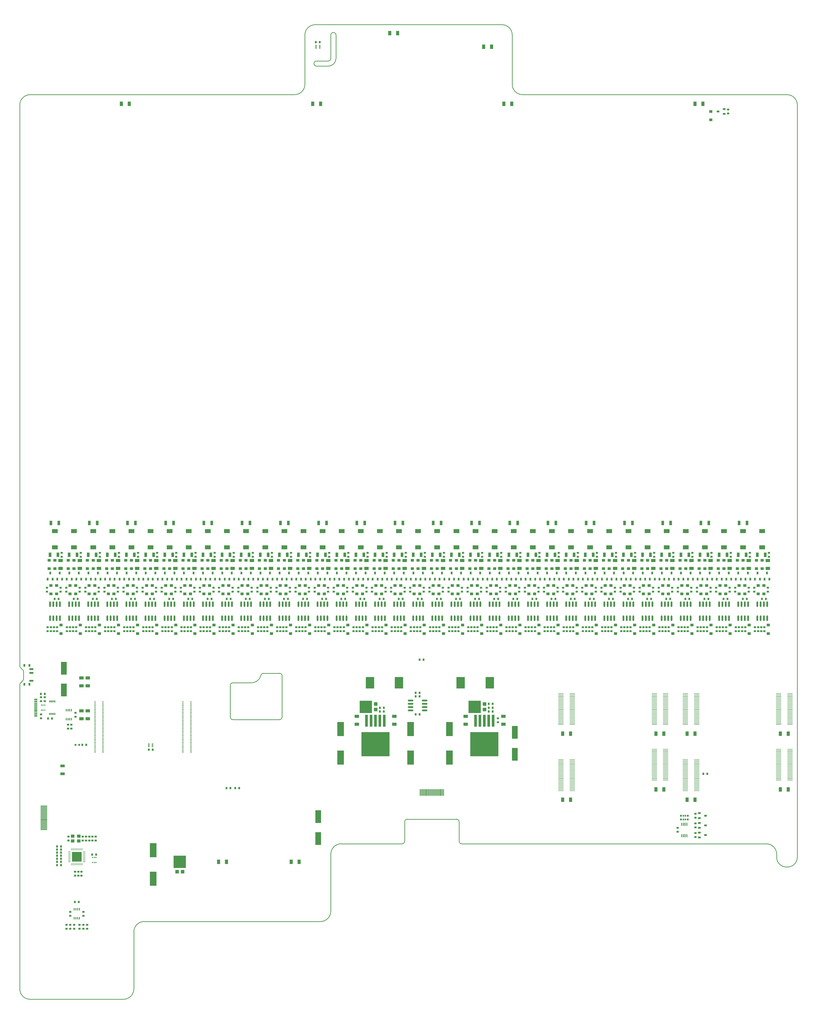
<source format=gbp>
G04*
G04 #@! TF.GenerationSoftware,Altium Limited,Altium Designer,22.2.1 (43)*
G04*
G04 Layer_Color=128*
%FSLAX44Y44*%
%MOMM*%
G71*
G04*
G04 #@! TF.SameCoordinates,CDD9168B-683F-4F5A-B1B2-3852E0251DB5*
G04*
G04*
G04 #@! TF.FilePolarity,Positive*
G04*
G01*
G75*
%ADD10C,0.2540*%
%ADD18R,0.6350X0.8890*%
%ADD84O,0.4000X1.0000*%
%ADD85R,0.7000X0.2000*%
%ADD86R,1.2000X1.0000*%
G04:AMPARAMS|DCode=87|XSize=0.3mm|YSize=0.67mm|CornerRadius=0.075mm|HoleSize=0mm|Usage=FLASHONLY|Rotation=270.000|XOffset=0mm|YOffset=0mm|HoleType=Round|Shape=RoundedRectangle|*
%AMROUNDEDRECTD87*
21,1,0.3000,0.5200,0,0,270.0*
21,1,0.1500,0.6700,0,0,270.0*
1,1,0.1500,-0.2600,-0.0750*
1,1,0.1500,-0.2600,0.0750*
1,1,0.1500,0.2600,0.0750*
1,1,0.1500,0.2600,-0.0750*
%
%ADD87ROUNDEDRECTD87*%
%ADD88O,0.4000X1.2600*%
%ADD89O,0.9000X0.2500*%
%ADD90R,3.7000X3.7000*%
%ADD91O,0.2500X0.9000*%
%ADD92R,0.4000X0.6000*%
%ADD93R,1.4000X1.2000*%
%ADD94O,0.3000X1.0000*%
%ADD95R,0.3000X2.6000*%
%ADD96R,2.6000X0.3000*%
%ADD97R,1.1430X1.7780*%
%ADD98R,0.8890X0.6350*%
%ADD99R,1.0000X0.7000*%
%ADD100R,1.7780X1.1430*%
%ADD101R,0.8000X1.0000*%
%ADD102R,1.5000X0.7000*%
%ADD103R,1.2500X0.6000*%
%ADD104R,1.2500X0.3000*%
%ADD105R,2.2000X5.0000*%
%ADD106R,2.5000X5.5000*%
%ADD107R,1.4000X1.4000*%
%ADD108R,4.8000X4.7200*%
%ADD109R,3.2500X4.5000*%
%ADD110R,4.7200X4.8000*%
%ADD111R,1.4000X1.4000*%
%ADD112R,1.1000X4.6000*%
%ADD113R,10.8000X9.4000*%
%ADD114O,2.2000X0.6000*%
%ADD115R,2.0000X0.2500*%
%ADD116R,0.6500X0.8000*%
%ADD117R,0.5000X0.8000*%
%ADD118R,1.7780X1.0160*%
%ADD119R,0.8000X0.8000*%
%ADD120R,1.0160X1.7780*%
%ADD121O,0.6000X2.2000*%
%ADD122R,0.7000X1.0000*%
%ADD123R,2.2000X1.5000*%
D10*
X-310000Y2270000D02*
G03*
X-300000Y2280000I0J10000D01*
G01*
X-365000Y2260000D02*
G03*
X-355000Y2250000I10000J0D01*
G01*
Y2270000D02*
G03*
X-365000Y2260000I0J-10000D01*
G01*
X-310000Y2250000D02*
G03*
X-280000Y2280000I0J30000D01*
G01*
X-280000Y2370000D02*
G03*
X-290000Y2380000I-10000J0D01*
G01*
D02*
G03*
X-300000Y2370000I0J-10000D01*
G01*
X195000Y-740000D02*
G03*
X205000Y-750000I10000J0D01*
G01*
X195000Y-665000D02*
G03*
X185000Y-655000I-10000J0D01*
G01*
X-5000D02*
G03*
X-15000Y-665000I0J-10000D01*
G01*
X-488000Y-102000D02*
G03*
X-498000Y-92000I-10000J0D01*
G01*
X-606000Y-129000D02*
G03*
X-570261Y-101576I0J37000D01*
G01*
X-688000Y-261000D02*
G03*
X-678000Y-271000I10000J0D01*
G01*
Y-129000D02*
G03*
X-688000Y-139000I0J-10000D01*
G01*
X-560250Y-92000D02*
G03*
X-569457Y-98838I0J-9618D01*
G01*
X-498000Y-271000D02*
G03*
X-488000Y-261000I0J10000D01*
G01*
X-25000Y-750000D02*
G03*
X-15000Y-740000I0J10000D01*
G01*
X-1100000Y-1350000D02*
G03*
X-1060000Y-1310000I0J40000D01*
G01*
X-260000Y-750000D02*
G03*
X-300000Y-790000I0J-40000D01*
G01*
X-340000Y-1050000D02*
G03*
X-300000Y-1010000I0J40000D01*
G01*
X-1020000Y-1050000D02*
G03*
X-1060000Y-1090000I0J-40000D01*
G01*
X-1489035Y-121285D02*
G03*
X-1485500Y-112750I-8536J8536D01*
G01*
X-1496465Y-128714D02*
G03*
X-1500000Y-137250I8536J-8536D01*
G01*
Y-62250D02*
G03*
X-1496465Y-70785I12071J0D01*
G01*
X-1485500Y-86750D02*
G03*
X-1489035Y-78214I-12071J0D01*
G01*
X-360000Y2410000D02*
G03*
X-400000Y2370000I0J-40000D01*
G01*
X-440000Y2140000D02*
G03*
X-400000Y2180000I0J40000D01*
G01*
X-1460000Y2140000D02*
G03*
X-1500000Y2100000I0J-40000D01*
G01*
X400000Y2180000D02*
G03*
X440000Y2140000I40000J0D01*
G01*
X400000Y2370000D02*
G03*
X360000Y2410000I-40000J0D01*
G01*
X1500000Y2100000D02*
G03*
X1460000Y2140000I-40000J0D01*
G01*
X-1500000Y-1310000D02*
G03*
X-1460000Y-1350000I40000J0D01*
G01*
X1420000Y-790000D02*
G03*
X1380000Y-750000I-40000J0D01*
G01*
X1420000Y-800000D02*
G03*
X1500000Y-800000I40000J0D01*
G01*
X-355000Y2250000D02*
X-310000Y2250000D01*
X-355000Y2270000D02*
X-310000Y2270000D01*
X-280000Y2280000D02*
X-280000Y2370000D01*
X-300000Y2280000D02*
X-300000Y2370000D01*
X-678000Y-271000D02*
X-498000D01*
X-488000Y-261000D02*
Y-190000D01*
X-688000D02*
Y-139000D01*
X-678000Y-129000D02*
X-606000D01*
X-488000Y-190000D02*
Y-102000D01*
X-560250Y-92000D02*
X-498000D01*
X-570261Y-101576D02*
X-569457Y-98838D01*
X-688000Y-261000D02*
Y-190000D01*
X-5000Y-655000D02*
X90000D01*
X185000D01*
X195000Y-740000D02*
Y-665000D01*
X-15000Y-740000D02*
Y-665000D01*
X-300000Y-1010000D02*
Y-790000D01*
X-1020000Y-1050000D02*
X-340000Y-1050000D01*
X-1060000Y-1310000D02*
Y-1090000D01*
X-1485500Y-99750D02*
Y-86750D01*
Y-112750D02*
Y-99750D01*
X-1496464Y-128715D02*
X-1489036Y-121286D01*
X-1496464Y-70785D02*
X-1489036Y-78214D01*
X-400000Y2180000D02*
Y2370000D01*
X-360000Y2410000D02*
X360000D01*
X-1460000Y2140000D02*
X-440000Y2140000D01*
X400000Y2180000D02*
Y2370000D01*
X440000Y2140000D02*
X1460000Y2140000D01*
X-1500000Y-137250D02*
X-1500000Y-1310000D01*
X-1460000Y-1350000D02*
X-1100000D01*
X-260000Y-750000D02*
X-25000Y-750000D01*
X205000Y-750000D02*
X1380000Y-750000D01*
X1420000Y-800000D02*
Y-790000D01*
X1499999Y-800000D02*
X1500000Y2100000D01*
X-1500000Y-62250D02*
Y2100000D01*
D18*
X-357620Y2342500D02*
D03*
X-342380D02*
D03*
X-1002620Y-387000D02*
D03*
X-987380D02*
D03*
X-1403380Y-172000D02*
D03*
X-1418620D02*
D03*
X-1390620Y-267000D02*
D03*
X-1375380D02*
D03*
X-1341380Y-760000D02*
D03*
X-1356620D02*
D03*
Y-772000D02*
D03*
X-1341380D02*
D03*
Y-784000D02*
D03*
X-1356620D02*
D03*
Y-796000D02*
D03*
X-1341380D02*
D03*
X-1356620Y-808000D02*
D03*
X-1341380D02*
D03*
Y-820000D02*
D03*
X-1356620D02*
D03*
Y-832000D02*
D03*
X-1341380D02*
D03*
X-1220620Y-792000D02*
D03*
X-1205380D02*
D03*
X-1272380Y-975000D02*
D03*
X-1287620D02*
D03*
X-653380Y-535000D02*
D03*
X-668620D02*
D03*
X-702620Y-535000D02*
D03*
X-687380D02*
D03*
X57620Y-40000D02*
D03*
X42380D02*
D03*
X-110620Y-240000D02*
D03*
X-95380D02*
D03*
Y-225000D02*
D03*
X-110620D02*
D03*
X42620Y-181000D02*
D03*
X27380D02*
D03*
Y-168000D02*
D03*
X42620D02*
D03*
X27380Y-251000D02*
D03*
X42620D02*
D03*
X324620Y-210000D02*
D03*
X309380D02*
D03*
X309380Y-225000D02*
D03*
X324620D02*
D03*
Y-240000D02*
D03*
X309380D02*
D03*
X1137380Y-480000D02*
D03*
X1152620D02*
D03*
X-1243380Y-368000D02*
D03*
X-1258620D02*
D03*
X-1203010Y195000D02*
D03*
X-1218250D02*
D03*
X-1129260D02*
D03*
X-1144500D02*
D03*
X-1350510D02*
D03*
X-1365750D02*
D03*
X-1276760D02*
D03*
X-1292000D02*
D03*
X-686760D02*
D03*
X-702000D02*
D03*
X-760510D02*
D03*
X-775750D02*
D03*
X-539260D02*
D03*
X-554500D02*
D03*
X-613010D02*
D03*
X-628250D02*
D03*
X-391760D02*
D03*
X-407000D02*
D03*
X-465510D02*
D03*
X-480750D02*
D03*
X-244260D02*
D03*
X-259500D02*
D03*
X-318010D02*
D03*
X-333250D02*
D03*
X-96760D02*
D03*
X-112000D02*
D03*
X-170510D02*
D03*
X-185750D02*
D03*
X50740D02*
D03*
X35500D02*
D03*
X-23010D02*
D03*
X-38250D02*
D03*
X198240D02*
D03*
X183000D02*
D03*
X124490D02*
D03*
X109250D02*
D03*
X345740D02*
D03*
X330500D02*
D03*
X271990D02*
D03*
X256750D02*
D03*
X493240D02*
D03*
X478000D02*
D03*
X419490D02*
D03*
X404250D02*
D03*
X640740D02*
D03*
X625500D02*
D03*
X566990D02*
D03*
X551750D02*
D03*
X-834260D02*
D03*
X-849500D02*
D03*
X-908010D02*
D03*
X-923250D02*
D03*
X788240D02*
D03*
X773000D02*
D03*
X714490D02*
D03*
X699250D02*
D03*
X935740D02*
D03*
X920500D02*
D03*
X861990D02*
D03*
X846750D02*
D03*
X-981760D02*
D03*
X-997000D02*
D03*
X-1055510D02*
D03*
X-1070750D02*
D03*
X1083240D02*
D03*
X1068000D02*
D03*
X1009490D02*
D03*
X994250D02*
D03*
X1230740D02*
D03*
X1215500D02*
D03*
X1156990D02*
D03*
X1141750D02*
D03*
X1378240D02*
D03*
X1363000D02*
D03*
X1304490D02*
D03*
X1289250D02*
D03*
D84*
X-1301250Y-269500D02*
D03*
X-1307750D02*
D03*
X-1314250D02*
D03*
X-1320750D02*
D03*
X-1301250Y-234500D02*
D03*
X-1307750D02*
D03*
X-1314250D02*
D03*
X-1320750D02*
D03*
X-1270250Y-1037500D02*
D03*
X-1276750D02*
D03*
X-1283250D02*
D03*
X-1289750D02*
D03*
X-1270250Y-1002500D02*
D03*
X-1276750D02*
D03*
X-1283250D02*
D03*
X-1289750D02*
D03*
D85*
X-840000Y-202000D02*
D03*
X-870800D02*
D03*
X-840000Y-206000D02*
D03*
X-870800D02*
D03*
X-840000Y-210000D02*
D03*
X-870800D02*
D03*
X-840000Y-214000D02*
D03*
X-870800D02*
D03*
X-840000Y-218000D02*
D03*
X-870800D02*
D03*
X-840000Y-222000D02*
D03*
X-870800D02*
D03*
X-840000Y-226000D02*
D03*
X-870800D02*
D03*
X-840000Y-230000D02*
D03*
X-870800D02*
D03*
X-840000Y-234000D02*
D03*
X-870800D02*
D03*
X-840000Y-238000D02*
D03*
X-870800D02*
D03*
X-840000Y-242000D02*
D03*
X-870800D02*
D03*
X-840000Y-246000D02*
D03*
X-870800D02*
D03*
X-840000Y-250000D02*
D03*
X-870800D02*
D03*
X-840000Y-254000D02*
D03*
X-870800D02*
D03*
X-840000Y-258000D02*
D03*
X-870800D02*
D03*
X-840000Y-262000D02*
D03*
X-870800D02*
D03*
X-840000Y-266000D02*
D03*
X-870800D02*
D03*
X-840000Y-270000D02*
D03*
X-870800D02*
D03*
X-840000Y-274000D02*
D03*
X-870800D02*
D03*
X-840000Y-278000D02*
D03*
X-870800D02*
D03*
X-840000Y-282000D02*
D03*
X-870800D02*
D03*
X-840000Y-286000D02*
D03*
X-870800D02*
D03*
X-840000Y-290000D02*
D03*
X-870800D02*
D03*
X-840000Y-294000D02*
D03*
X-870800D02*
D03*
X-840000Y-298000D02*
D03*
X-870800D02*
D03*
X-840000Y-302000D02*
D03*
X-870800D02*
D03*
X-840000Y-306000D02*
D03*
X-870800D02*
D03*
X-840000Y-310000D02*
D03*
X-870800D02*
D03*
X-840000Y-314000D02*
D03*
X-870800D02*
D03*
X-840000Y-318000D02*
D03*
X-870800D02*
D03*
X-840000Y-322000D02*
D03*
X-870800D02*
D03*
X-840000Y-326000D02*
D03*
X-870800D02*
D03*
X-840000Y-330000D02*
D03*
X-870800D02*
D03*
X-840000Y-334000D02*
D03*
X-870800D02*
D03*
X-840000Y-338000D02*
D03*
X-870800D02*
D03*
X-840000Y-342000D02*
D03*
X-870800D02*
D03*
X-840000Y-346000D02*
D03*
X-870800D02*
D03*
X-840000Y-350000D02*
D03*
X-870800D02*
D03*
X-840000Y-354000D02*
D03*
X-870800D02*
D03*
X-840000Y-358000D02*
D03*
X-870800D02*
D03*
X-840000Y-362000D02*
D03*
X-870800D02*
D03*
X-840000Y-366000D02*
D03*
X-870800D02*
D03*
X-840000Y-370000D02*
D03*
X-870800D02*
D03*
X-840000Y-374000D02*
D03*
X-870800D02*
D03*
X-840000Y-378000D02*
D03*
X-870800D02*
D03*
X-840000Y-382000D02*
D03*
X-870800D02*
D03*
X-840000Y-386000D02*
D03*
X-870800D02*
D03*
X-840000Y-390000D02*
D03*
X-870800D02*
D03*
X-840000Y-394000D02*
D03*
X-870800D02*
D03*
X-840000Y-398000D02*
D03*
X-870800D02*
D03*
X-1179200Y-202000D02*
D03*
X-1210000D02*
D03*
X-1179200Y-206000D02*
D03*
X-1210000D02*
D03*
X-1179200Y-210000D02*
D03*
X-1210000D02*
D03*
X-1179200Y-214000D02*
D03*
X-1210000D02*
D03*
X-1179200Y-218000D02*
D03*
X-1210000D02*
D03*
X-1179200Y-222000D02*
D03*
X-1210000D02*
D03*
X-1179200Y-226000D02*
D03*
X-1210000D02*
D03*
X-1179200Y-230000D02*
D03*
X-1210000D02*
D03*
X-1179200Y-234000D02*
D03*
X-1210000D02*
D03*
X-1179200Y-238000D02*
D03*
X-1210000D02*
D03*
X-1179200Y-242000D02*
D03*
X-1210000D02*
D03*
X-1179200Y-246000D02*
D03*
X-1210000D02*
D03*
X-1179200Y-250000D02*
D03*
X-1210000D02*
D03*
X-1179200Y-254000D02*
D03*
X-1210000D02*
D03*
X-1179200Y-258000D02*
D03*
X-1210000D02*
D03*
X-1179200Y-262000D02*
D03*
X-1210000D02*
D03*
X-1179200Y-266000D02*
D03*
X-1210000D02*
D03*
X-1179200Y-270000D02*
D03*
X-1210000D02*
D03*
X-1179200Y-274000D02*
D03*
X-1210000D02*
D03*
X-1179200Y-278000D02*
D03*
X-1210000D02*
D03*
X-1179200Y-282000D02*
D03*
X-1210000D02*
D03*
X-1179200Y-286000D02*
D03*
X-1210000D02*
D03*
X-1179200Y-290000D02*
D03*
X-1210000D02*
D03*
X-1179200Y-294000D02*
D03*
X-1210000D02*
D03*
X-1179200Y-298000D02*
D03*
X-1210000D02*
D03*
X-1179200Y-302000D02*
D03*
X-1210000D02*
D03*
X-1179200Y-306000D02*
D03*
X-1210000D02*
D03*
X-1179200Y-310000D02*
D03*
X-1210000D02*
D03*
X-1179200Y-314000D02*
D03*
X-1210000D02*
D03*
X-1179200Y-318000D02*
D03*
X-1210000D02*
D03*
X-1179200Y-322000D02*
D03*
X-1210000D02*
D03*
X-1179200Y-326000D02*
D03*
X-1210000D02*
D03*
X-1179200Y-330000D02*
D03*
X-1210000D02*
D03*
X-1179200Y-334000D02*
D03*
X-1210000D02*
D03*
X-1179200Y-338000D02*
D03*
X-1210000D02*
D03*
X-1179200Y-342000D02*
D03*
X-1210000D02*
D03*
X-1179200Y-346000D02*
D03*
X-1210000D02*
D03*
X-1179200Y-350000D02*
D03*
X-1210000D02*
D03*
X-1179200Y-354000D02*
D03*
X-1210000D02*
D03*
X-1179200Y-358000D02*
D03*
X-1210000D02*
D03*
X-1179200Y-362000D02*
D03*
X-1210000D02*
D03*
X-1179200Y-366000D02*
D03*
X-1210000D02*
D03*
X-1179200Y-370000D02*
D03*
X-1210000D02*
D03*
X-1179200Y-374000D02*
D03*
X-1210000D02*
D03*
X-1179200Y-378000D02*
D03*
X-1210000D02*
D03*
X-1179200Y-382000D02*
D03*
X-1210000D02*
D03*
X-1179200Y-386000D02*
D03*
X-1210000D02*
D03*
X-1179200Y-390000D02*
D03*
X-1210000D02*
D03*
X-1179200Y-394000D02*
D03*
X-1210000D02*
D03*
X-1179200Y-398000D02*
D03*
X-1210000D02*
D03*
D86*
X-1266813Y61300D02*
D03*
Y93700D02*
D03*
X-1119313D02*
D03*
Y61300D02*
D03*
X-971813D02*
D03*
Y93700D02*
D03*
X-824313D02*
D03*
Y61300D02*
D03*
X-676813D02*
D03*
Y93700D02*
D03*
X-529313D02*
D03*
Y61300D02*
D03*
X-381813D02*
D03*
Y93700D02*
D03*
X-234312D02*
D03*
Y61300D02*
D03*
X-86812D02*
D03*
Y93700D02*
D03*
X60687D02*
D03*
Y61300D02*
D03*
X208188D02*
D03*
Y93700D02*
D03*
X355687D02*
D03*
Y61300D02*
D03*
X503187D02*
D03*
Y93700D02*
D03*
X650687D02*
D03*
Y61300D02*
D03*
X798187D02*
D03*
Y93700D02*
D03*
X945687D02*
D03*
Y61300D02*
D03*
X1093187D02*
D03*
Y93700D02*
D03*
X1240687D02*
D03*
Y61300D02*
D03*
X1388188D02*
D03*
Y93700D02*
D03*
X-1284000Y213800D02*
D03*
Y246200D02*
D03*
X-1136500D02*
D03*
Y213800D02*
D03*
X-989000D02*
D03*
Y246200D02*
D03*
X-841500D02*
D03*
Y213800D02*
D03*
X-694000D02*
D03*
Y246200D02*
D03*
X-546500D02*
D03*
Y213800D02*
D03*
X-399000D02*
D03*
Y246200D02*
D03*
X-251500D02*
D03*
Y213800D02*
D03*
X-104000D02*
D03*
Y246200D02*
D03*
X43500D02*
D03*
Y213800D02*
D03*
X191000D02*
D03*
Y246200D02*
D03*
X338500D02*
D03*
Y213800D02*
D03*
X486000D02*
D03*
Y246200D02*
D03*
X633500D02*
D03*
Y213800D02*
D03*
X781000D02*
D03*
Y246200D02*
D03*
X928500D02*
D03*
Y213800D02*
D03*
X1076000D02*
D03*
Y246200D02*
D03*
X1223500D02*
D03*
Y213800D02*
D03*
X1371000D02*
D03*
Y246200D02*
D03*
X-1290625Y343700D02*
D03*
Y311300D02*
D03*
X-1143125D02*
D03*
Y343700D02*
D03*
X-995625D02*
D03*
Y311300D02*
D03*
X-848125D02*
D03*
Y343700D02*
D03*
X-700625D02*
D03*
Y311300D02*
D03*
X-553125D02*
D03*
Y343700D02*
D03*
X-405625D02*
D03*
Y311300D02*
D03*
X-258125D02*
D03*
Y343700D02*
D03*
X-110625D02*
D03*
Y311300D02*
D03*
X36875D02*
D03*
Y343700D02*
D03*
X184375D02*
D03*
Y311300D02*
D03*
X331875D02*
D03*
Y343700D02*
D03*
X479375D02*
D03*
Y311300D02*
D03*
X626875D02*
D03*
Y343700D02*
D03*
X774375D02*
D03*
Y311300D02*
D03*
X921875D02*
D03*
Y343700D02*
D03*
X1069375D02*
D03*
Y311300D02*
D03*
X1216875D02*
D03*
Y343700D02*
D03*
X1364375D02*
D03*
Y311300D02*
D03*
X-1306000Y213800D02*
D03*
Y246200D02*
D03*
X-1158500D02*
D03*
Y213800D02*
D03*
X-1011000D02*
D03*
Y246200D02*
D03*
X-863500D02*
D03*
Y213800D02*
D03*
X-716000D02*
D03*
Y246200D02*
D03*
X-568500D02*
D03*
Y213800D02*
D03*
X-421000D02*
D03*
Y246200D02*
D03*
X-273500D02*
D03*
Y213800D02*
D03*
X-126000D02*
D03*
Y246200D02*
D03*
X21500D02*
D03*
Y213800D02*
D03*
X169000D02*
D03*
Y246200D02*
D03*
X316500D02*
D03*
Y213800D02*
D03*
X464000D02*
D03*
Y246200D02*
D03*
X611500D02*
D03*
Y213800D02*
D03*
X759000D02*
D03*
Y246200D02*
D03*
X906500D02*
D03*
Y213800D02*
D03*
X1054000D02*
D03*
Y246200D02*
D03*
X1201500D02*
D03*
Y213800D02*
D03*
X1349000D02*
D03*
Y246200D02*
D03*
X-1312750Y343700D02*
D03*
Y311300D02*
D03*
X-1165250D02*
D03*
Y343700D02*
D03*
X-1017750D02*
D03*
Y311300D02*
D03*
X-870250D02*
D03*
Y343700D02*
D03*
X-722750D02*
D03*
Y311300D02*
D03*
X-575250D02*
D03*
Y343700D02*
D03*
X-427750D02*
D03*
Y311300D02*
D03*
X-280250D02*
D03*
Y343700D02*
D03*
X-132750D02*
D03*
Y311300D02*
D03*
X14750D02*
D03*
Y343700D02*
D03*
X162250D02*
D03*
Y311300D02*
D03*
X309750D02*
D03*
Y343700D02*
D03*
X457250D02*
D03*
Y311300D02*
D03*
X604750D02*
D03*
Y343700D02*
D03*
X752250D02*
D03*
Y311300D02*
D03*
X899750D02*
D03*
Y343700D02*
D03*
X1047250D02*
D03*
Y311300D02*
D03*
X1194750D02*
D03*
Y343700D02*
D03*
X1342250D02*
D03*
Y311300D02*
D03*
X-1340560Y93700D02*
D03*
Y61300D02*
D03*
X-1193060D02*
D03*
Y93700D02*
D03*
X-1045560D02*
D03*
Y61300D02*
D03*
X-898060D02*
D03*
Y93700D02*
D03*
X-750560D02*
D03*
Y61300D02*
D03*
X-603060D02*
D03*
Y93700D02*
D03*
X-455560D02*
D03*
Y61300D02*
D03*
X-308060D02*
D03*
Y93700D02*
D03*
X-160560D02*
D03*
Y61300D02*
D03*
X-13060D02*
D03*
Y93700D02*
D03*
X134440D02*
D03*
Y61300D02*
D03*
X281940D02*
D03*
Y93700D02*
D03*
X429440D02*
D03*
Y61300D02*
D03*
X576940D02*
D03*
Y93700D02*
D03*
X724440D02*
D03*
Y61300D02*
D03*
X871940D02*
D03*
Y93700D02*
D03*
X1019440D02*
D03*
Y61300D02*
D03*
X1166940D02*
D03*
Y93700D02*
D03*
X1314440D02*
D03*
Y61300D02*
D03*
X-1357750Y246200D02*
D03*
Y213800D02*
D03*
X-1210250D02*
D03*
Y246200D02*
D03*
X-1062750D02*
D03*
Y213800D02*
D03*
X-915250D02*
D03*
Y246200D02*
D03*
X-767750D02*
D03*
Y213800D02*
D03*
X-620250D02*
D03*
Y246200D02*
D03*
X-472750D02*
D03*
Y213800D02*
D03*
X-325250D02*
D03*
Y246200D02*
D03*
X-177750D02*
D03*
Y213800D02*
D03*
X-30250D02*
D03*
Y246200D02*
D03*
X117250D02*
D03*
Y213800D02*
D03*
X264750D02*
D03*
Y246200D02*
D03*
X412250D02*
D03*
Y213800D02*
D03*
X559750D02*
D03*
Y246200D02*
D03*
X707250D02*
D03*
Y213800D02*
D03*
X854750D02*
D03*
Y246200D02*
D03*
X1002250D02*
D03*
Y213800D02*
D03*
X1149750D02*
D03*
Y246200D02*
D03*
X1297250D02*
D03*
Y213800D02*
D03*
X-1364375Y311300D02*
D03*
Y343700D02*
D03*
X-1216875D02*
D03*
Y311300D02*
D03*
X-1069375D02*
D03*
Y343700D02*
D03*
X-921875D02*
D03*
Y311300D02*
D03*
X-774375D02*
D03*
Y343700D02*
D03*
X-626875D02*
D03*
Y311300D02*
D03*
X-479375D02*
D03*
Y343700D02*
D03*
X-331875D02*
D03*
Y311300D02*
D03*
X-184375D02*
D03*
Y343700D02*
D03*
X-36875D02*
D03*
Y311300D02*
D03*
X110625D02*
D03*
Y343700D02*
D03*
X258125D02*
D03*
Y311300D02*
D03*
X405625D02*
D03*
Y343700D02*
D03*
X553125D02*
D03*
Y311300D02*
D03*
X700625D02*
D03*
Y343700D02*
D03*
X848125D02*
D03*
Y311300D02*
D03*
X995625D02*
D03*
Y343700D02*
D03*
X1143125D02*
D03*
Y311300D02*
D03*
X1290625D02*
D03*
Y343700D02*
D03*
X-1379750Y246200D02*
D03*
Y213800D02*
D03*
X-1232250D02*
D03*
Y246200D02*
D03*
X-1084750D02*
D03*
Y213800D02*
D03*
X-937250D02*
D03*
Y246200D02*
D03*
X-789750D02*
D03*
Y213800D02*
D03*
X-642250D02*
D03*
Y246200D02*
D03*
X-494750D02*
D03*
Y213800D02*
D03*
X-347250D02*
D03*
Y246200D02*
D03*
X-199750D02*
D03*
Y213800D02*
D03*
X-52250D02*
D03*
Y246200D02*
D03*
X95250D02*
D03*
Y213800D02*
D03*
X242750D02*
D03*
Y246200D02*
D03*
X390250D02*
D03*
Y213800D02*
D03*
X537750D02*
D03*
Y246200D02*
D03*
X685250D02*
D03*
Y213800D02*
D03*
X832750D02*
D03*
Y246200D02*
D03*
X980250D02*
D03*
Y213800D02*
D03*
X1127750D02*
D03*
Y246200D02*
D03*
X1275250D02*
D03*
Y213800D02*
D03*
X-1386500Y311300D02*
D03*
Y343700D02*
D03*
X-1239000D02*
D03*
Y311300D02*
D03*
X-1091500D02*
D03*
Y343700D02*
D03*
X-944000D02*
D03*
Y311300D02*
D03*
X-796500D02*
D03*
Y343700D02*
D03*
X-649000D02*
D03*
Y311300D02*
D03*
X-501500D02*
D03*
Y343700D02*
D03*
X-354000D02*
D03*
Y311300D02*
D03*
X-206500D02*
D03*
Y343700D02*
D03*
X-59000D02*
D03*
Y311300D02*
D03*
X88500D02*
D03*
Y343700D02*
D03*
X236000D02*
D03*
Y311300D02*
D03*
X383500D02*
D03*
Y343700D02*
D03*
X531000D02*
D03*
Y311300D02*
D03*
X678500D02*
D03*
Y343700D02*
D03*
X826000D02*
D03*
Y311300D02*
D03*
X973500D02*
D03*
Y343700D02*
D03*
X1121000D02*
D03*
Y311300D02*
D03*
X1268500D02*
D03*
Y343700D02*
D03*
X1166000Y2075200D02*
D03*
Y2042800D02*
D03*
D87*
X-342600Y2320000D02*
D03*
Y2330000D02*
D03*
X-357400Y2325000D02*
D03*
Y2320000D02*
D03*
Y2330000D02*
D03*
X-342600Y2325000D02*
D03*
X-987600Y-370000D02*
D03*
X-1002400Y-365000D02*
D03*
Y-375000D02*
D03*
Y-370000D02*
D03*
X-987600Y-365000D02*
D03*
Y-375000D02*
D03*
D88*
X1054250Y-674500D02*
D03*
X1060750D02*
D03*
X1067250D02*
D03*
X1073750D02*
D03*
Y-718500D02*
D03*
X1060750D02*
D03*
X1054250D02*
D03*
X1067250D02*
D03*
D89*
X-1309000Y-780000D02*
D03*
Y-785000D02*
D03*
Y-790000D02*
D03*
Y-795000D02*
D03*
Y-800000D02*
D03*
Y-805000D02*
D03*
Y-810000D02*
D03*
Y-815000D02*
D03*
Y-820000D02*
D03*
X-1251000Y-780000D02*
D03*
Y-785000D02*
D03*
Y-790000D02*
D03*
Y-795000D02*
D03*
Y-800000D02*
D03*
Y-805000D02*
D03*
Y-810000D02*
D03*
Y-815000D02*
D03*
Y-820000D02*
D03*
D90*
X-1280000Y-800000D02*
D03*
D91*
X-1260000Y-829000D02*
D03*
X-1265000D02*
D03*
X-1270000D02*
D03*
X-1275000D02*
D03*
X-1280000D02*
D03*
X-1285000D02*
D03*
X-1290000D02*
D03*
X-1295000D02*
D03*
X-1300000D02*
D03*
Y-771000D02*
D03*
X-1295000D02*
D03*
X-1290000D02*
D03*
X-1285000D02*
D03*
X-1280000D02*
D03*
X-1275000D02*
D03*
X-1270000D02*
D03*
X-1265000D02*
D03*
X-1260000D02*
D03*
D92*
X-1410001Y-234500D02*
D03*
X-1403500Y-215500D02*
D03*
X-1416500D02*
D03*
X-1409999D02*
D03*
X-1403500Y-234500D02*
D03*
X-1416500D02*
D03*
X-1206000Y-803000D02*
D03*
X-1219000D02*
D03*
X-1212501Y-822000D02*
D03*
X-1206000D02*
D03*
X-1219000D02*
D03*
X-1212499Y-803000D02*
D03*
D93*
X-1272500Y-720500D02*
D03*
Y-739500D02*
D03*
X-1296500Y-720500D02*
D03*
Y-739500D02*
D03*
D94*
X-1385000Y-201000D02*
D03*
X-1380000D02*
D03*
X-1375000D02*
D03*
X-1370000D02*
D03*
X-1385000Y-249000D02*
D03*
X-1380000D02*
D03*
X-1375000D02*
D03*
X-1370000D02*
D03*
X-1365000Y-201000D02*
D03*
Y-249000D02*
D03*
D95*
X135000Y-552400D02*
D03*
X130000D02*
D03*
X80000D02*
D03*
X75000D02*
D03*
X70000D02*
D03*
X65000D02*
D03*
X60000D02*
D03*
X55000D02*
D03*
X50000D02*
D03*
X45000D02*
D03*
X125000D02*
D03*
X120000D02*
D03*
X115000D02*
D03*
X110000D02*
D03*
X105000D02*
D03*
X100000D02*
D03*
X95000D02*
D03*
X90000D02*
D03*
X85000D02*
D03*
D96*
X-1407400Y-645000D02*
D03*
Y-650000D02*
D03*
Y-655000D02*
D03*
Y-660000D02*
D03*
Y-665000D02*
D03*
Y-670000D02*
D03*
Y-675000D02*
D03*
Y-680000D02*
D03*
Y-685000D02*
D03*
Y-605000D02*
D03*
Y-610000D02*
D03*
Y-615000D02*
D03*
Y-620000D02*
D03*
Y-625000D02*
D03*
Y-630000D02*
D03*
Y-635000D02*
D03*
Y-640000D02*
D03*
Y-690000D02*
D03*
Y-695000D02*
D03*
D97*
X289760Y2325000D02*
D03*
X320240D02*
D03*
X-72240Y2377500D02*
D03*
X-41760D02*
D03*
X-1077260Y2105000D02*
D03*
X-1107740D02*
D03*
X-339760D02*
D03*
X-370240D02*
D03*
X397740D02*
D03*
X367260D02*
D03*
X1135240D02*
D03*
X1104760D02*
D03*
X-702260Y-820000D02*
D03*
X-732740D02*
D03*
X-452740D02*
D03*
X-422260D02*
D03*
X954760Y-540000D02*
D03*
X985240D02*
D03*
X954760Y-325000D02*
D03*
X985240D02*
D03*
X594760Y-580000D02*
D03*
X625240D02*
D03*
X594760Y-325000D02*
D03*
X625240D02*
D03*
X1074760D02*
D03*
X1105240D02*
D03*
Y-580000D02*
D03*
X1074760D02*
D03*
X1434760Y-540000D02*
D03*
X1465240D02*
D03*
X1434760Y-325000D02*
D03*
X1465240D02*
D03*
D98*
X1233000Y2082620D02*
D03*
Y2067380D02*
D03*
X-1404000Y-184380D02*
D03*
Y-199620D02*
D03*
X-1418000Y-250380D02*
D03*
Y-265620D02*
D03*
X-1418000Y-184380D02*
D03*
Y-199620D02*
D03*
X-1312000Y-722380D02*
D03*
Y-737620D02*
D03*
X-1257000Y-737620D02*
D03*
Y-722380D02*
D03*
X-1244500Y-737620D02*
D03*
Y-722380D02*
D03*
X-1232000Y-737620D02*
D03*
Y-722380D02*
D03*
X-1219500D02*
D03*
Y-737620D02*
D03*
X-1207000D02*
D03*
Y-722380D02*
D03*
X-1262000Y-857380D02*
D03*
Y-872620D02*
D03*
X-1274000Y-857380D02*
D03*
Y-872620D02*
D03*
X-1286500Y-857380D02*
D03*
Y-872620D02*
D03*
X-1270000Y-1062380D02*
D03*
Y-1077620D02*
D03*
X-1255000Y-1062380D02*
D03*
Y-1077620D02*
D03*
X-1240000Y-1062380D02*
D03*
Y-1077620D02*
D03*
X-1290000Y-1062380D02*
D03*
Y-1077620D02*
D03*
X-1305000Y-1062380D02*
D03*
Y-1077620D02*
D03*
X-1320000Y-1062380D02*
D03*
Y-1077620D02*
D03*
X-1305000Y-1027620D02*
D03*
Y-1012380D02*
D03*
X-1255000D02*
D03*
Y-1027620D02*
D03*
X345000Y-281120D02*
D03*
Y-265880D02*
D03*
X1106500Y-649120D02*
D03*
Y-633880D02*
D03*
Y-686620D02*
D03*
Y-671380D02*
D03*
Y-724120D02*
D03*
Y-708880D02*
D03*
X1038000Y-688380D02*
D03*
Y-703620D02*
D03*
X-1285000Y-259620D02*
D03*
Y-244380D02*
D03*
X-1301000Y-290380D02*
D03*
Y-305620D02*
D03*
X-1314000Y-290380D02*
D03*
Y-305620D02*
D03*
X-1247250Y237620D02*
D03*
Y222380D02*
D03*
X-1232750Y69880D02*
D03*
Y85120D02*
D03*
X-1159000Y69880D02*
D03*
Y85120D02*
D03*
X-1195250Y237620D02*
D03*
Y222380D02*
D03*
X-1208750Y69880D02*
D03*
Y85120D02*
D03*
X-1173500Y237620D02*
D03*
Y222380D02*
D03*
X-1171000Y69880D02*
D03*
Y85120D02*
D03*
X-1121500Y237620D02*
D03*
Y222380D02*
D03*
X-1244750Y69880D02*
D03*
Y85120D02*
D03*
X-1135000Y69880D02*
D03*
Y85120D02*
D03*
X-1191063Y357380D02*
D03*
Y372620D02*
D03*
X-1220750Y85120D02*
D03*
Y69880D02*
D03*
X-1117313Y357380D02*
D03*
Y372620D02*
D03*
X-1147000Y85120D02*
D03*
Y69880D02*
D03*
X-1394750Y237620D02*
D03*
Y222380D02*
D03*
X-1380250Y69880D02*
D03*
Y85120D02*
D03*
X-1306500Y69880D02*
D03*
Y85120D02*
D03*
X-1342750Y237620D02*
D03*
Y222380D02*
D03*
X-1356250Y69880D02*
D03*
Y85120D02*
D03*
X-1321000Y237620D02*
D03*
Y222380D02*
D03*
X-1318500Y69880D02*
D03*
Y85120D02*
D03*
X-1269000Y237620D02*
D03*
Y222380D02*
D03*
X-1392250Y69880D02*
D03*
Y85120D02*
D03*
X-1282500Y69880D02*
D03*
Y85120D02*
D03*
X-1338563Y357380D02*
D03*
Y372620D02*
D03*
X-1368250Y85120D02*
D03*
Y69880D02*
D03*
X-1264813Y357380D02*
D03*
Y372620D02*
D03*
X-1294500Y85120D02*
D03*
Y69880D02*
D03*
X-704500Y85120D02*
D03*
Y69880D02*
D03*
X-674813Y357380D02*
D03*
Y372620D02*
D03*
X-778250Y85120D02*
D03*
Y69880D02*
D03*
X-748563Y357380D02*
D03*
Y372620D02*
D03*
X-692500Y69880D02*
D03*
Y85120D02*
D03*
X-802250Y69880D02*
D03*
Y85120D02*
D03*
X-679000Y237620D02*
D03*
Y222380D02*
D03*
X-728500Y69880D02*
D03*
Y85120D02*
D03*
X-731000Y237620D02*
D03*
Y222380D02*
D03*
X-766250Y69880D02*
D03*
Y85120D02*
D03*
X-752750Y237620D02*
D03*
Y222380D02*
D03*
X-716500Y69880D02*
D03*
Y85120D02*
D03*
X-790250Y69880D02*
D03*
Y85120D02*
D03*
X-804750Y237620D02*
D03*
Y222380D02*
D03*
X-557000Y85120D02*
D03*
Y69880D02*
D03*
X-527313Y357380D02*
D03*
Y372620D02*
D03*
X-630750Y85120D02*
D03*
Y69880D02*
D03*
X-601063Y357380D02*
D03*
Y372620D02*
D03*
X-545000Y69880D02*
D03*
Y85120D02*
D03*
X-654750Y69880D02*
D03*
Y85120D02*
D03*
X-531500Y237620D02*
D03*
Y222380D02*
D03*
X-581000Y69880D02*
D03*
Y85120D02*
D03*
X-583500Y237620D02*
D03*
Y222380D02*
D03*
X-618750Y69880D02*
D03*
Y85120D02*
D03*
X-605250Y237620D02*
D03*
Y222380D02*
D03*
X-569000Y69880D02*
D03*
Y85120D02*
D03*
X-642750Y69880D02*
D03*
Y85120D02*
D03*
X-657250Y237620D02*
D03*
Y222380D02*
D03*
X-409500Y85120D02*
D03*
Y69880D02*
D03*
X-379813Y357380D02*
D03*
Y372620D02*
D03*
X-483250Y85120D02*
D03*
Y69880D02*
D03*
X-453563Y357380D02*
D03*
Y372620D02*
D03*
X-397500Y69880D02*
D03*
Y85120D02*
D03*
X-507250Y69880D02*
D03*
Y85120D02*
D03*
X-384000Y237620D02*
D03*
Y222380D02*
D03*
X-433500Y69880D02*
D03*
Y85120D02*
D03*
X-436000Y237620D02*
D03*
Y222380D02*
D03*
X-471250Y69880D02*
D03*
Y85120D02*
D03*
X-457750Y237620D02*
D03*
Y222380D02*
D03*
X-421500Y69880D02*
D03*
Y85120D02*
D03*
X-495250Y69880D02*
D03*
Y85120D02*
D03*
X-509750Y237620D02*
D03*
Y222380D02*
D03*
X-262000Y85120D02*
D03*
Y69880D02*
D03*
X-232313Y357380D02*
D03*
Y372620D02*
D03*
X-335750Y85120D02*
D03*
Y69880D02*
D03*
X-306063Y357380D02*
D03*
Y372620D02*
D03*
X-250000Y69880D02*
D03*
Y85120D02*
D03*
X-359750Y69880D02*
D03*
Y85120D02*
D03*
X-236500Y237620D02*
D03*
Y222380D02*
D03*
X-286000Y69880D02*
D03*
Y85120D02*
D03*
X-288500Y237620D02*
D03*
Y222380D02*
D03*
X-323750Y69880D02*
D03*
Y85120D02*
D03*
X-310250Y237620D02*
D03*
Y222380D02*
D03*
X-274000Y69880D02*
D03*
Y85120D02*
D03*
X-347750Y69880D02*
D03*
Y85120D02*
D03*
X-362250Y237620D02*
D03*
Y222380D02*
D03*
X-114500Y85120D02*
D03*
Y69880D02*
D03*
X-84813Y357380D02*
D03*
Y372620D02*
D03*
X-188250Y85120D02*
D03*
Y69880D02*
D03*
X-158563Y357380D02*
D03*
Y372620D02*
D03*
X-102500Y69880D02*
D03*
Y85120D02*
D03*
X-212250Y69880D02*
D03*
Y85120D02*
D03*
X-89000Y237620D02*
D03*
Y222380D02*
D03*
X-138500Y69880D02*
D03*
Y85120D02*
D03*
X-141000Y237620D02*
D03*
Y222380D02*
D03*
X-176250Y69880D02*
D03*
Y85120D02*
D03*
X-162750Y237620D02*
D03*
Y222380D02*
D03*
X-126500Y69880D02*
D03*
Y85120D02*
D03*
X-200250Y69880D02*
D03*
Y85120D02*
D03*
X-214750Y237620D02*
D03*
Y222380D02*
D03*
X33000Y85120D02*
D03*
Y69880D02*
D03*
X62687Y357380D02*
D03*
Y372620D02*
D03*
X-40750Y85120D02*
D03*
Y69880D02*
D03*
X-11063Y357380D02*
D03*
Y372620D02*
D03*
X45000Y69880D02*
D03*
Y85120D02*
D03*
X-64750Y69880D02*
D03*
Y85120D02*
D03*
X58500Y237620D02*
D03*
Y222380D02*
D03*
X9000Y69880D02*
D03*
Y85120D02*
D03*
X6500Y237620D02*
D03*
Y222380D02*
D03*
X-28750Y69880D02*
D03*
Y85120D02*
D03*
X-15250Y237620D02*
D03*
Y222380D02*
D03*
X21000Y69880D02*
D03*
Y85120D02*
D03*
X-52750Y69880D02*
D03*
Y85120D02*
D03*
X-67250Y237620D02*
D03*
Y222380D02*
D03*
X180500Y85120D02*
D03*
Y69880D02*
D03*
X210187Y357380D02*
D03*
Y372620D02*
D03*
X106750Y85120D02*
D03*
Y69880D02*
D03*
X136437Y357380D02*
D03*
Y372620D02*
D03*
X192500Y69880D02*
D03*
Y85120D02*
D03*
X82750Y69880D02*
D03*
Y85120D02*
D03*
X206000Y237620D02*
D03*
Y222380D02*
D03*
X156500Y69880D02*
D03*
Y85120D02*
D03*
X154000Y237620D02*
D03*
Y222380D02*
D03*
X118750Y69880D02*
D03*
Y85120D02*
D03*
X132250Y237620D02*
D03*
Y222380D02*
D03*
X168500Y69880D02*
D03*
Y85120D02*
D03*
X94750Y69880D02*
D03*
Y85120D02*
D03*
X80250Y237620D02*
D03*
Y222380D02*
D03*
X328000Y85120D02*
D03*
Y69880D02*
D03*
X357687Y357380D02*
D03*
Y372620D02*
D03*
X254250Y85120D02*
D03*
Y69880D02*
D03*
X283937Y357380D02*
D03*
Y372620D02*
D03*
X340000Y69880D02*
D03*
Y85120D02*
D03*
X230250Y69880D02*
D03*
Y85120D02*
D03*
X353500Y237620D02*
D03*
Y222380D02*
D03*
X304000Y69880D02*
D03*
Y85120D02*
D03*
X301500Y237620D02*
D03*
Y222380D02*
D03*
X266250Y69880D02*
D03*
Y85120D02*
D03*
X279750Y237620D02*
D03*
Y222380D02*
D03*
X316000Y69880D02*
D03*
Y85120D02*
D03*
X242250Y69880D02*
D03*
Y85120D02*
D03*
X227750Y237620D02*
D03*
Y222380D02*
D03*
X475500Y85120D02*
D03*
Y69880D02*
D03*
X505187Y357380D02*
D03*
Y372620D02*
D03*
X401750Y85120D02*
D03*
Y69880D02*
D03*
X431437Y357380D02*
D03*
Y372620D02*
D03*
X487500Y69880D02*
D03*
Y85120D02*
D03*
X377750Y69880D02*
D03*
Y85120D02*
D03*
X501000Y237620D02*
D03*
Y222380D02*
D03*
X451500Y69880D02*
D03*
Y85120D02*
D03*
X449000Y237620D02*
D03*
Y222380D02*
D03*
X413750Y69880D02*
D03*
Y85120D02*
D03*
X427250Y237620D02*
D03*
Y222380D02*
D03*
X463500Y69880D02*
D03*
Y85120D02*
D03*
X389750Y69880D02*
D03*
Y85120D02*
D03*
X375250Y237620D02*
D03*
Y222380D02*
D03*
X623000Y85120D02*
D03*
Y69880D02*
D03*
X652687Y357380D02*
D03*
Y372620D02*
D03*
X549250Y85120D02*
D03*
Y69880D02*
D03*
X578937Y357380D02*
D03*
Y372620D02*
D03*
X635000Y69880D02*
D03*
Y85120D02*
D03*
X525250Y69880D02*
D03*
Y85120D02*
D03*
X648500Y237620D02*
D03*
Y222380D02*
D03*
X599000Y69880D02*
D03*
Y85120D02*
D03*
X596500Y237620D02*
D03*
Y222380D02*
D03*
X561250Y69880D02*
D03*
Y85120D02*
D03*
X574750Y237620D02*
D03*
Y222380D02*
D03*
X611000Y69880D02*
D03*
Y85120D02*
D03*
X537250Y69880D02*
D03*
Y85120D02*
D03*
X522750Y237620D02*
D03*
Y222380D02*
D03*
X-852000Y85120D02*
D03*
Y69880D02*
D03*
X-822313Y357380D02*
D03*
Y372620D02*
D03*
X-925750Y85120D02*
D03*
Y69880D02*
D03*
X-896063Y357380D02*
D03*
Y372620D02*
D03*
X-840000Y69880D02*
D03*
Y85120D02*
D03*
X-949750Y69880D02*
D03*
Y85120D02*
D03*
X-826500Y237620D02*
D03*
Y222380D02*
D03*
X-876000Y69880D02*
D03*
Y85120D02*
D03*
X-878500Y237620D02*
D03*
Y222380D02*
D03*
X-913750Y69880D02*
D03*
Y85120D02*
D03*
X-900250Y237620D02*
D03*
Y222380D02*
D03*
X-864000Y69880D02*
D03*
Y85120D02*
D03*
X-937750Y69880D02*
D03*
Y85120D02*
D03*
X-952250Y237620D02*
D03*
Y222380D02*
D03*
X770500Y85120D02*
D03*
Y69880D02*
D03*
X800187Y357380D02*
D03*
Y372620D02*
D03*
X696750Y85120D02*
D03*
Y69880D02*
D03*
X726437Y357380D02*
D03*
Y372620D02*
D03*
X782500Y69880D02*
D03*
Y85120D02*
D03*
X672750Y69880D02*
D03*
Y85120D02*
D03*
X796000Y237620D02*
D03*
Y222380D02*
D03*
X746500Y69880D02*
D03*
Y85120D02*
D03*
X744000Y237620D02*
D03*
Y222380D02*
D03*
X708750Y69880D02*
D03*
Y85120D02*
D03*
X722250Y237620D02*
D03*
Y222380D02*
D03*
X758500Y69880D02*
D03*
Y85120D02*
D03*
X684750Y69880D02*
D03*
Y85120D02*
D03*
X670250Y237620D02*
D03*
Y222380D02*
D03*
X918000Y85120D02*
D03*
Y69880D02*
D03*
X947687Y357380D02*
D03*
Y372620D02*
D03*
X844250Y85120D02*
D03*
Y69880D02*
D03*
X873937Y357380D02*
D03*
Y372620D02*
D03*
X930000Y69880D02*
D03*
Y85120D02*
D03*
X820250Y69880D02*
D03*
Y85120D02*
D03*
X943500Y237620D02*
D03*
Y222380D02*
D03*
X894000Y69880D02*
D03*
Y85120D02*
D03*
X891500Y237620D02*
D03*
Y222380D02*
D03*
X856250Y69880D02*
D03*
Y85120D02*
D03*
X869750Y237620D02*
D03*
Y222380D02*
D03*
X906000Y69880D02*
D03*
Y85120D02*
D03*
X832250Y69880D02*
D03*
Y85120D02*
D03*
X817750Y237620D02*
D03*
Y222380D02*
D03*
X-999500Y85120D02*
D03*
Y69880D02*
D03*
X-969813Y357380D02*
D03*
Y372620D02*
D03*
X-1073250Y85120D02*
D03*
Y69880D02*
D03*
X-1043563Y357380D02*
D03*
Y372620D02*
D03*
X-987500Y69880D02*
D03*
Y85120D02*
D03*
X-1097250Y69880D02*
D03*
Y85120D02*
D03*
X-974000Y237620D02*
D03*
Y222380D02*
D03*
X-1023500Y69880D02*
D03*
Y85120D02*
D03*
X-1026000Y237620D02*
D03*
Y222380D02*
D03*
X-1061250Y69880D02*
D03*
Y85120D02*
D03*
X-1047750Y237620D02*
D03*
Y222380D02*
D03*
X-1011500Y69880D02*
D03*
Y85120D02*
D03*
X-1085250Y69880D02*
D03*
Y85120D02*
D03*
X-1099750Y237620D02*
D03*
Y222380D02*
D03*
X1065500Y85120D02*
D03*
Y69880D02*
D03*
X1095187Y357380D02*
D03*
Y372620D02*
D03*
X991750Y85120D02*
D03*
Y69880D02*
D03*
X1021437Y357380D02*
D03*
Y372620D02*
D03*
X1077500Y69880D02*
D03*
Y85120D02*
D03*
X967750Y69880D02*
D03*
Y85120D02*
D03*
X1091000Y237620D02*
D03*
Y222380D02*
D03*
X1041500Y69880D02*
D03*
Y85120D02*
D03*
X1039000Y237620D02*
D03*
Y222380D02*
D03*
X1003750Y69880D02*
D03*
Y85120D02*
D03*
X1017250Y237620D02*
D03*
Y222380D02*
D03*
X1053500Y69880D02*
D03*
Y85120D02*
D03*
X979750Y69880D02*
D03*
Y85120D02*
D03*
X965250Y237620D02*
D03*
Y222380D02*
D03*
X1213000Y85120D02*
D03*
Y69880D02*
D03*
X1242687Y357380D02*
D03*
Y372620D02*
D03*
X1139250Y85120D02*
D03*
Y69880D02*
D03*
X1168937Y357380D02*
D03*
Y372620D02*
D03*
X1225000Y69880D02*
D03*
Y85120D02*
D03*
X1115250Y69880D02*
D03*
Y85120D02*
D03*
X1238500Y237620D02*
D03*
Y222380D02*
D03*
X1189000Y69880D02*
D03*
Y85120D02*
D03*
X1186500Y237620D02*
D03*
Y222380D02*
D03*
X1151250Y69880D02*
D03*
Y85120D02*
D03*
X1164750Y237620D02*
D03*
Y222380D02*
D03*
X1201000Y69880D02*
D03*
Y85120D02*
D03*
X1127250Y69880D02*
D03*
Y85120D02*
D03*
X1112750Y237620D02*
D03*
Y222380D02*
D03*
X1360500Y85120D02*
D03*
Y69880D02*
D03*
X1390187Y357380D02*
D03*
Y372620D02*
D03*
X1286750Y85120D02*
D03*
Y69880D02*
D03*
X1316437Y357380D02*
D03*
Y372620D02*
D03*
X1372500Y69880D02*
D03*
Y85120D02*
D03*
X1262750Y69880D02*
D03*
Y85120D02*
D03*
X1386000Y237620D02*
D03*
Y222380D02*
D03*
X1336500Y69880D02*
D03*
Y85120D02*
D03*
X1334000Y237620D02*
D03*
Y222380D02*
D03*
X1298750Y69880D02*
D03*
Y85120D02*
D03*
X1312250Y237620D02*
D03*
Y222380D02*
D03*
X1348500Y69880D02*
D03*
Y85120D02*
D03*
X1274750Y69880D02*
D03*
Y85120D02*
D03*
X1260250Y237620D02*
D03*
Y222380D02*
D03*
D99*
X1218000Y2065500D02*
D03*
Y2084500D02*
D03*
X1194000Y2075000D02*
D03*
X1122000Y-632000D02*
D03*
Y-651000D02*
D03*
X1146000Y-641500D02*
D03*
X1122000Y-669500D02*
D03*
Y-688500D02*
D03*
X1146000Y-679000D02*
D03*
X1122000Y-707000D02*
D03*
Y-726000D02*
D03*
X1146000Y-716500D02*
D03*
D100*
X-1262000Y-140240D02*
D03*
Y-109760D02*
D03*
X-1238000Y-140240D02*
D03*
Y-109760D02*
D03*
X-199500Y-288740D02*
D03*
Y-258260D02*
D03*
X-54500Y-288740D02*
D03*
Y-258260D02*
D03*
X220500Y-258260D02*
D03*
Y-288740D02*
D03*
X365500Y-258260D02*
D03*
Y-288740D02*
D03*
X-1238000Y-267240D02*
D03*
Y-236760D02*
D03*
X-1262000Y-267240D02*
D03*
Y-236760D02*
D03*
X-1194750Y312260D02*
D03*
Y342740D02*
D03*
X-1121000Y312260D02*
D03*
Y342740D02*
D03*
X-1342250Y312260D02*
D03*
Y342740D02*
D03*
X-1268500Y312260D02*
D03*
Y342740D02*
D03*
X-678500Y312260D02*
D03*
Y342740D02*
D03*
X-752250Y312260D02*
D03*
Y342740D02*
D03*
X-531000Y312260D02*
D03*
Y342740D02*
D03*
X-604750Y312260D02*
D03*
Y342740D02*
D03*
X-383500Y312260D02*
D03*
Y342740D02*
D03*
X-457250Y312260D02*
D03*
Y342740D02*
D03*
X-236000Y312260D02*
D03*
Y342740D02*
D03*
X-309750Y312260D02*
D03*
Y342740D02*
D03*
X-88500Y312260D02*
D03*
Y342740D02*
D03*
X-162250Y312260D02*
D03*
Y342740D02*
D03*
X59000Y312260D02*
D03*
Y342740D02*
D03*
X-14750Y312260D02*
D03*
Y342740D02*
D03*
X206500Y312260D02*
D03*
Y342740D02*
D03*
X132750Y312260D02*
D03*
Y342740D02*
D03*
X354000Y312260D02*
D03*
Y342740D02*
D03*
X280250Y312260D02*
D03*
Y342740D02*
D03*
X501500Y312260D02*
D03*
Y342740D02*
D03*
X427750Y312260D02*
D03*
Y342740D02*
D03*
X649000Y312260D02*
D03*
Y342740D02*
D03*
X575250Y312260D02*
D03*
Y342740D02*
D03*
X-826000Y312260D02*
D03*
Y342740D02*
D03*
X-899750Y312260D02*
D03*
Y342740D02*
D03*
X796500Y312260D02*
D03*
Y342740D02*
D03*
X722750Y312260D02*
D03*
Y342740D02*
D03*
X944000Y312260D02*
D03*
Y342740D02*
D03*
X870250Y312260D02*
D03*
Y342740D02*
D03*
X-973500Y312260D02*
D03*
Y342740D02*
D03*
X-1047250Y312260D02*
D03*
Y342740D02*
D03*
X1091500Y312260D02*
D03*
Y342740D02*
D03*
X1017750Y312260D02*
D03*
Y342740D02*
D03*
X1239000Y312260D02*
D03*
Y342740D02*
D03*
X1165250Y312260D02*
D03*
Y342740D02*
D03*
X1386500Y312260D02*
D03*
Y342740D02*
D03*
X1312750Y312260D02*
D03*
Y342740D02*
D03*
D101*
X-1462850Y-62000D02*
D03*
Y-135000D02*
D03*
X-1482150D02*
D03*
Y-62000D02*
D03*
D102*
X-1455000Y-76000D02*
D03*
Y-91000D02*
D03*
Y-121000D02*
D03*
D103*
X-1438000Y-193000D02*
D03*
Y-201000D02*
D03*
Y-249000D02*
D03*
Y-257000D02*
D03*
D104*
Y-207500D02*
D03*
Y-212500D02*
D03*
Y-217500D02*
D03*
Y-222500D02*
D03*
Y-227500D02*
D03*
Y-232500D02*
D03*
Y-237500D02*
D03*
Y-242500D02*
D03*
D105*
X-1330000Y-73000D02*
D03*
Y-157000D02*
D03*
X-348800Y-729500D02*
D03*
Y-645500D02*
D03*
X410000Y-404500D02*
D03*
Y-320500D02*
D03*
D106*
X-985000Y-885000D02*
D03*
Y-775000D02*
D03*
X-262500Y-417500D02*
D03*
Y-307500D02*
D03*
X7500D02*
D03*
Y-417500D02*
D03*
X157500Y-307500D02*
D03*
Y-417500D02*
D03*
D107*
X-892900Y-858050D02*
D03*
X-872100D02*
D03*
D108*
X-882500Y-820000D02*
D03*
D109*
X-36750Y-128750D02*
D03*
X-149250D02*
D03*
X200750D02*
D03*
X313250D02*
D03*
D110*
X-165000Y-221500D02*
D03*
X255000Y-221500D02*
D03*
D111*
X-126950Y-211100D02*
D03*
Y-231900D02*
D03*
X293050Y-231900D02*
D03*
Y-211100D02*
D03*
D112*
X-94000Y-275250D02*
D03*
X-111000D02*
D03*
X-162000D02*
D03*
X-128000D02*
D03*
X-145000D02*
D03*
X275000D02*
D03*
X292000D02*
D03*
X258000D02*
D03*
X309000D02*
D03*
X326000D02*
D03*
D113*
X-128000Y-366250D02*
D03*
X292000D02*
D03*
D114*
X8000Y-235050D02*
D03*
X62000Y-222350D02*
D03*
Y-196950D02*
D03*
X8000Y-222350D02*
D03*
Y-209650D02*
D03*
Y-196950D02*
D03*
X62000Y-235050D02*
D03*
Y-209650D02*
D03*
D115*
X992000Y-505000D02*
D03*
Y-500000D02*
D03*
Y-495000D02*
D03*
Y-490000D02*
D03*
Y-485000D02*
D03*
Y-480000D02*
D03*
Y-475000D02*
D03*
Y-470000D02*
D03*
Y-465000D02*
D03*
Y-460000D02*
D03*
Y-430000D02*
D03*
Y-450000D02*
D03*
Y-455000D02*
D03*
Y-445000D02*
D03*
Y-390000D02*
D03*
Y-440000D02*
D03*
Y-435000D02*
D03*
Y-425000D02*
D03*
Y-420000D02*
D03*
Y-415000D02*
D03*
Y-410000D02*
D03*
Y-405000D02*
D03*
Y-400000D02*
D03*
Y-395000D02*
D03*
Y-385000D02*
D03*
X948000Y-505000D02*
D03*
Y-500000D02*
D03*
Y-495000D02*
D03*
Y-490000D02*
D03*
Y-485000D02*
D03*
Y-480000D02*
D03*
Y-475000D02*
D03*
Y-470000D02*
D03*
Y-465000D02*
D03*
Y-460000D02*
D03*
Y-430000D02*
D03*
Y-450000D02*
D03*
Y-455000D02*
D03*
Y-445000D02*
D03*
Y-390000D02*
D03*
Y-440000D02*
D03*
Y-435000D02*
D03*
Y-425000D02*
D03*
Y-420000D02*
D03*
Y-415000D02*
D03*
Y-410000D02*
D03*
Y-405000D02*
D03*
Y-400000D02*
D03*
Y-395000D02*
D03*
Y-385000D02*
D03*
X632000Y-545000D02*
D03*
Y-540000D02*
D03*
Y-535000D02*
D03*
Y-530000D02*
D03*
Y-525000D02*
D03*
Y-520000D02*
D03*
Y-515000D02*
D03*
Y-510000D02*
D03*
Y-505000D02*
D03*
Y-500000D02*
D03*
Y-470000D02*
D03*
Y-490000D02*
D03*
Y-495000D02*
D03*
Y-485000D02*
D03*
Y-430000D02*
D03*
Y-480000D02*
D03*
Y-475000D02*
D03*
Y-465000D02*
D03*
Y-460000D02*
D03*
Y-455000D02*
D03*
Y-450000D02*
D03*
Y-445000D02*
D03*
Y-440000D02*
D03*
Y-435000D02*
D03*
Y-425000D02*
D03*
X588000Y-545000D02*
D03*
Y-540000D02*
D03*
Y-535000D02*
D03*
Y-530000D02*
D03*
Y-525000D02*
D03*
Y-520000D02*
D03*
Y-515000D02*
D03*
Y-510000D02*
D03*
Y-505000D02*
D03*
Y-500000D02*
D03*
Y-470000D02*
D03*
Y-490000D02*
D03*
Y-495000D02*
D03*
Y-485000D02*
D03*
Y-430000D02*
D03*
Y-480000D02*
D03*
Y-475000D02*
D03*
Y-465000D02*
D03*
Y-460000D02*
D03*
Y-455000D02*
D03*
Y-450000D02*
D03*
Y-445000D02*
D03*
Y-440000D02*
D03*
Y-435000D02*
D03*
Y-425000D02*
D03*
X632000Y-290000D02*
D03*
Y-285000D02*
D03*
Y-280000D02*
D03*
Y-275000D02*
D03*
Y-270000D02*
D03*
Y-265000D02*
D03*
Y-260000D02*
D03*
Y-255000D02*
D03*
Y-250000D02*
D03*
Y-245000D02*
D03*
Y-215000D02*
D03*
Y-235000D02*
D03*
Y-240000D02*
D03*
Y-230000D02*
D03*
Y-175000D02*
D03*
Y-225000D02*
D03*
Y-220000D02*
D03*
Y-210000D02*
D03*
Y-205000D02*
D03*
Y-200000D02*
D03*
Y-195000D02*
D03*
Y-190000D02*
D03*
Y-185000D02*
D03*
Y-180000D02*
D03*
Y-170000D02*
D03*
X588000Y-290000D02*
D03*
Y-285000D02*
D03*
Y-280000D02*
D03*
Y-275000D02*
D03*
Y-270000D02*
D03*
Y-265000D02*
D03*
Y-260000D02*
D03*
Y-255000D02*
D03*
Y-250000D02*
D03*
Y-245000D02*
D03*
Y-215000D02*
D03*
Y-235000D02*
D03*
Y-240000D02*
D03*
Y-230000D02*
D03*
Y-175000D02*
D03*
Y-225000D02*
D03*
Y-220000D02*
D03*
Y-210000D02*
D03*
Y-205000D02*
D03*
Y-200000D02*
D03*
Y-195000D02*
D03*
Y-190000D02*
D03*
Y-185000D02*
D03*
Y-180000D02*
D03*
Y-170000D02*
D03*
X992000Y-290000D02*
D03*
Y-285000D02*
D03*
Y-280000D02*
D03*
Y-275000D02*
D03*
Y-270000D02*
D03*
Y-265000D02*
D03*
Y-260000D02*
D03*
Y-255000D02*
D03*
Y-250000D02*
D03*
Y-245000D02*
D03*
Y-215000D02*
D03*
Y-235000D02*
D03*
Y-240000D02*
D03*
Y-230000D02*
D03*
Y-175000D02*
D03*
Y-225000D02*
D03*
Y-220000D02*
D03*
Y-210000D02*
D03*
Y-205000D02*
D03*
Y-200000D02*
D03*
Y-195000D02*
D03*
Y-190000D02*
D03*
Y-185000D02*
D03*
Y-180000D02*
D03*
Y-170000D02*
D03*
X948000Y-290000D02*
D03*
Y-285000D02*
D03*
Y-280000D02*
D03*
Y-275000D02*
D03*
Y-270000D02*
D03*
Y-265000D02*
D03*
Y-260000D02*
D03*
Y-255000D02*
D03*
Y-250000D02*
D03*
Y-245000D02*
D03*
Y-215000D02*
D03*
Y-235000D02*
D03*
Y-240000D02*
D03*
Y-230000D02*
D03*
Y-175000D02*
D03*
Y-225000D02*
D03*
Y-220000D02*
D03*
Y-210000D02*
D03*
Y-205000D02*
D03*
Y-200000D02*
D03*
Y-195000D02*
D03*
Y-190000D02*
D03*
Y-185000D02*
D03*
Y-180000D02*
D03*
Y-170000D02*
D03*
X1112000Y-290000D02*
D03*
Y-285000D02*
D03*
Y-280000D02*
D03*
Y-275000D02*
D03*
Y-270000D02*
D03*
Y-265000D02*
D03*
Y-260000D02*
D03*
Y-255000D02*
D03*
Y-250000D02*
D03*
Y-245000D02*
D03*
Y-215000D02*
D03*
Y-235000D02*
D03*
Y-240000D02*
D03*
Y-230000D02*
D03*
Y-175000D02*
D03*
Y-225000D02*
D03*
Y-220000D02*
D03*
Y-210000D02*
D03*
Y-205000D02*
D03*
Y-200000D02*
D03*
Y-195000D02*
D03*
Y-190000D02*
D03*
Y-185000D02*
D03*
Y-180000D02*
D03*
Y-170000D02*
D03*
X1068000Y-290000D02*
D03*
Y-285000D02*
D03*
Y-280000D02*
D03*
Y-275000D02*
D03*
Y-270000D02*
D03*
Y-265000D02*
D03*
Y-260000D02*
D03*
Y-255000D02*
D03*
Y-250000D02*
D03*
Y-245000D02*
D03*
Y-215000D02*
D03*
Y-235000D02*
D03*
Y-240000D02*
D03*
Y-230000D02*
D03*
Y-175000D02*
D03*
Y-225000D02*
D03*
Y-220000D02*
D03*
Y-210000D02*
D03*
Y-205000D02*
D03*
Y-200000D02*
D03*
Y-195000D02*
D03*
Y-190000D02*
D03*
Y-185000D02*
D03*
Y-180000D02*
D03*
Y-170000D02*
D03*
X1112000Y-545000D02*
D03*
Y-540000D02*
D03*
Y-535000D02*
D03*
Y-530000D02*
D03*
Y-525000D02*
D03*
Y-520000D02*
D03*
Y-515000D02*
D03*
Y-510000D02*
D03*
Y-505000D02*
D03*
Y-500000D02*
D03*
Y-470000D02*
D03*
Y-490000D02*
D03*
Y-495000D02*
D03*
Y-485000D02*
D03*
Y-430000D02*
D03*
Y-480000D02*
D03*
Y-475000D02*
D03*
Y-465000D02*
D03*
Y-460000D02*
D03*
Y-455000D02*
D03*
Y-450000D02*
D03*
Y-445000D02*
D03*
Y-440000D02*
D03*
Y-435000D02*
D03*
Y-425000D02*
D03*
X1068000Y-545000D02*
D03*
Y-540000D02*
D03*
Y-535000D02*
D03*
Y-530000D02*
D03*
Y-525000D02*
D03*
Y-520000D02*
D03*
Y-515000D02*
D03*
Y-510000D02*
D03*
Y-505000D02*
D03*
Y-500000D02*
D03*
Y-470000D02*
D03*
Y-490000D02*
D03*
Y-495000D02*
D03*
Y-485000D02*
D03*
Y-430000D02*
D03*
Y-480000D02*
D03*
Y-475000D02*
D03*
Y-465000D02*
D03*
Y-460000D02*
D03*
Y-455000D02*
D03*
Y-450000D02*
D03*
Y-445000D02*
D03*
Y-440000D02*
D03*
Y-435000D02*
D03*
Y-425000D02*
D03*
X1472000Y-505000D02*
D03*
Y-500000D02*
D03*
Y-495000D02*
D03*
Y-490000D02*
D03*
Y-485000D02*
D03*
Y-480000D02*
D03*
Y-475000D02*
D03*
Y-470000D02*
D03*
Y-465000D02*
D03*
Y-460000D02*
D03*
Y-430000D02*
D03*
Y-450000D02*
D03*
Y-455000D02*
D03*
Y-445000D02*
D03*
Y-390000D02*
D03*
Y-440000D02*
D03*
Y-435000D02*
D03*
Y-425000D02*
D03*
Y-420000D02*
D03*
Y-415000D02*
D03*
Y-410000D02*
D03*
Y-405000D02*
D03*
Y-400000D02*
D03*
Y-395000D02*
D03*
Y-385000D02*
D03*
X1428000Y-505000D02*
D03*
Y-500000D02*
D03*
Y-495000D02*
D03*
Y-490000D02*
D03*
Y-485000D02*
D03*
Y-480000D02*
D03*
Y-475000D02*
D03*
Y-470000D02*
D03*
Y-465000D02*
D03*
Y-460000D02*
D03*
Y-430000D02*
D03*
Y-450000D02*
D03*
Y-455000D02*
D03*
Y-445000D02*
D03*
Y-390000D02*
D03*
Y-440000D02*
D03*
Y-435000D02*
D03*
Y-425000D02*
D03*
Y-420000D02*
D03*
Y-415000D02*
D03*
Y-410000D02*
D03*
Y-405000D02*
D03*
Y-400000D02*
D03*
Y-395000D02*
D03*
Y-385000D02*
D03*
X1472000Y-290000D02*
D03*
Y-285000D02*
D03*
Y-280000D02*
D03*
Y-275000D02*
D03*
Y-270000D02*
D03*
Y-265000D02*
D03*
Y-260000D02*
D03*
Y-255000D02*
D03*
Y-250000D02*
D03*
Y-245000D02*
D03*
Y-215000D02*
D03*
Y-235000D02*
D03*
Y-240000D02*
D03*
Y-230000D02*
D03*
Y-175000D02*
D03*
Y-225000D02*
D03*
Y-220000D02*
D03*
Y-210000D02*
D03*
Y-205000D02*
D03*
Y-200000D02*
D03*
Y-195000D02*
D03*
Y-190000D02*
D03*
Y-185000D02*
D03*
Y-180000D02*
D03*
Y-170000D02*
D03*
X1428000Y-290000D02*
D03*
Y-285000D02*
D03*
Y-280000D02*
D03*
Y-275000D02*
D03*
Y-270000D02*
D03*
Y-265000D02*
D03*
Y-260000D02*
D03*
Y-255000D02*
D03*
Y-250000D02*
D03*
Y-245000D02*
D03*
Y-215000D02*
D03*
Y-235000D02*
D03*
Y-240000D02*
D03*
Y-230000D02*
D03*
Y-175000D02*
D03*
Y-225000D02*
D03*
Y-220000D02*
D03*
Y-210000D02*
D03*
Y-205000D02*
D03*
Y-200000D02*
D03*
Y-195000D02*
D03*
Y-190000D02*
D03*
Y-185000D02*
D03*
Y-180000D02*
D03*
Y-170000D02*
D03*
D116*
X1051250Y-656000D02*
D03*
X1076750D02*
D03*
Y-642000D02*
D03*
X1051250D02*
D03*
D117*
X1060000Y-656000D02*
D03*
X1068000D02*
D03*
Y-642000D02*
D03*
X1060000D02*
D03*
D118*
X-1335000Y-480240D02*
D03*
Y-449760D02*
D03*
D119*
X-1270500Y-368000D02*
D03*
X-1285500D02*
D03*
D120*
X-1201635Y487500D02*
D03*
X-1232115D02*
D03*
X1305865D02*
D03*
X1275385D02*
D03*
X-1235803Y365000D02*
D03*
X-1205322D02*
D03*
X-1162053D02*
D03*
X-1131572D02*
D03*
X-1383302D02*
D03*
X-1352823D02*
D03*
X-1379615Y487500D02*
D03*
X-1349135D02*
D03*
X-1309552Y365000D02*
D03*
X-1279072D02*
D03*
X-719553D02*
D03*
X-689072D02*
D03*
X-789615Y487500D02*
D03*
X-759135D02*
D03*
X-793303Y365000D02*
D03*
X-762822D02*
D03*
X-572052D02*
D03*
X-541572D02*
D03*
X-642115Y487500D02*
D03*
X-611635D02*
D03*
X-645803Y365000D02*
D03*
X-615322D02*
D03*
X-424552D02*
D03*
X-394072D02*
D03*
X-494615Y487500D02*
D03*
X-464135D02*
D03*
X-498302Y365000D02*
D03*
X-467822D02*
D03*
X-277052D02*
D03*
X-246572D02*
D03*
X-347115Y487500D02*
D03*
X-316635D02*
D03*
X-350802Y365000D02*
D03*
X-320322D02*
D03*
X-129552D02*
D03*
X-99073D02*
D03*
X-199615Y487500D02*
D03*
X-169135D02*
D03*
X-203302Y365000D02*
D03*
X-172822D02*
D03*
X17947D02*
D03*
X48428D02*
D03*
X-52115Y487500D02*
D03*
X-21635D02*
D03*
X-55802Y365000D02*
D03*
X-25322D02*
D03*
X165448D02*
D03*
X195928D02*
D03*
X95385Y487500D02*
D03*
X125865D02*
D03*
X91698Y365000D02*
D03*
X122177D02*
D03*
X312948D02*
D03*
X343428D02*
D03*
X242885Y487500D02*
D03*
X273365D02*
D03*
X239198Y365000D02*
D03*
X269678D02*
D03*
X460448D02*
D03*
X490928D02*
D03*
X390385Y487500D02*
D03*
X420865D02*
D03*
X386698Y365000D02*
D03*
X417178D02*
D03*
X607948D02*
D03*
X638428D02*
D03*
X537885Y487500D02*
D03*
X568365D02*
D03*
X534198Y365000D02*
D03*
X564678D02*
D03*
X-867053D02*
D03*
X-836572D02*
D03*
X-937115Y487500D02*
D03*
X-906635D02*
D03*
X-940803Y365000D02*
D03*
X-910322D02*
D03*
X755447D02*
D03*
X785928D02*
D03*
X685385Y487500D02*
D03*
X715865D02*
D03*
X681697Y365000D02*
D03*
X712178D02*
D03*
X902947D02*
D03*
X933428D02*
D03*
X832885Y487500D02*
D03*
X863365D02*
D03*
X829197Y365000D02*
D03*
X859678D02*
D03*
X-1014553D02*
D03*
X-984072D02*
D03*
X-1084615Y487500D02*
D03*
X-1054135D02*
D03*
X-1088303Y365000D02*
D03*
X-1057822D02*
D03*
X1050447D02*
D03*
X1080928D02*
D03*
X980385Y487500D02*
D03*
X1010865D02*
D03*
X976697Y365000D02*
D03*
X1007178D02*
D03*
X1197947D02*
D03*
X1228428D02*
D03*
X1127885Y487500D02*
D03*
X1158365D02*
D03*
X1124197Y365000D02*
D03*
X1154678D02*
D03*
X1345448D02*
D03*
X1375927D02*
D03*
X1271697D02*
D03*
X1302177D02*
D03*
D121*
X-1235925Y174505D02*
D03*
X-1223225Y120505D02*
D03*
X-1197825D02*
D03*
X-1223225Y174505D02*
D03*
X-1210525D02*
D03*
X-1197825D02*
D03*
X-1235925Y120505D02*
D03*
X-1210525D02*
D03*
X-1162175Y174505D02*
D03*
X-1149475Y120505D02*
D03*
X-1124075D02*
D03*
X-1149475Y174505D02*
D03*
X-1136775D02*
D03*
X-1124075D02*
D03*
X-1162175Y120505D02*
D03*
X-1136775D02*
D03*
X-1383425Y174505D02*
D03*
X-1370725Y120505D02*
D03*
X-1345325D02*
D03*
X-1370725Y174505D02*
D03*
X-1358025D02*
D03*
X-1345325D02*
D03*
X-1383425Y120505D02*
D03*
X-1358025D02*
D03*
X-1309675Y174505D02*
D03*
X-1296975Y120505D02*
D03*
X-1271575D02*
D03*
X-1296975Y174505D02*
D03*
X-1284275D02*
D03*
X-1271575D02*
D03*
X-1309675Y120505D02*
D03*
X-1284275D02*
D03*
X-719675Y174505D02*
D03*
X-706975Y120505D02*
D03*
X-681575D02*
D03*
X-706975Y174505D02*
D03*
X-694275D02*
D03*
X-681575D02*
D03*
X-719675Y120505D02*
D03*
X-694275D02*
D03*
X-793425Y174505D02*
D03*
X-780725Y120505D02*
D03*
X-755325D02*
D03*
X-780725Y174505D02*
D03*
X-768025D02*
D03*
X-755325D02*
D03*
X-793425Y120505D02*
D03*
X-768025D02*
D03*
X-572175Y174505D02*
D03*
X-559475Y120505D02*
D03*
X-534075D02*
D03*
X-559475Y174505D02*
D03*
X-546775D02*
D03*
X-534075D02*
D03*
X-572175Y120505D02*
D03*
X-546775D02*
D03*
X-645925Y174505D02*
D03*
X-633225Y120505D02*
D03*
X-607825D02*
D03*
X-633225Y174505D02*
D03*
X-620525D02*
D03*
X-607825D02*
D03*
X-645925Y120505D02*
D03*
X-620525D02*
D03*
X-424675Y174505D02*
D03*
X-411975Y120505D02*
D03*
X-386575D02*
D03*
X-411975Y174505D02*
D03*
X-399275D02*
D03*
X-386575D02*
D03*
X-424675Y120505D02*
D03*
X-399275D02*
D03*
X-498425Y174505D02*
D03*
X-485725Y120505D02*
D03*
X-460325D02*
D03*
X-485725Y174505D02*
D03*
X-473025D02*
D03*
X-460325D02*
D03*
X-498425Y120505D02*
D03*
X-473025D02*
D03*
X-277175Y174505D02*
D03*
X-264475Y120505D02*
D03*
X-239075D02*
D03*
X-264475Y174505D02*
D03*
X-251775D02*
D03*
X-239075D02*
D03*
X-277175Y120505D02*
D03*
X-251775D02*
D03*
X-350925Y174505D02*
D03*
X-338225Y120505D02*
D03*
X-312825D02*
D03*
X-338225Y174505D02*
D03*
X-325525D02*
D03*
X-312825D02*
D03*
X-350925Y120505D02*
D03*
X-325525D02*
D03*
X-129675Y174505D02*
D03*
X-116975Y120505D02*
D03*
X-91575D02*
D03*
X-116975Y174505D02*
D03*
X-104275D02*
D03*
X-91575D02*
D03*
X-129675Y120505D02*
D03*
X-104275D02*
D03*
X-203425Y174505D02*
D03*
X-190725Y120505D02*
D03*
X-165325D02*
D03*
X-190725Y174505D02*
D03*
X-178025D02*
D03*
X-165325D02*
D03*
X-203425Y120505D02*
D03*
X-178025D02*
D03*
X17825Y174505D02*
D03*
X30525Y120505D02*
D03*
X55925D02*
D03*
X30525Y174505D02*
D03*
X43225D02*
D03*
X55925D02*
D03*
X17825Y120505D02*
D03*
X43225D02*
D03*
X-55925Y174505D02*
D03*
X-43225Y120505D02*
D03*
X-17825D02*
D03*
X-43225Y174505D02*
D03*
X-30525D02*
D03*
X-17825D02*
D03*
X-55925Y120505D02*
D03*
X-30525D02*
D03*
X165325Y174505D02*
D03*
X178025Y120505D02*
D03*
X203425D02*
D03*
X178025Y174505D02*
D03*
X190725D02*
D03*
X203425D02*
D03*
X165325Y120505D02*
D03*
X190725D02*
D03*
X91575Y174505D02*
D03*
X104275Y120505D02*
D03*
X129675D02*
D03*
X104275Y174505D02*
D03*
X116975D02*
D03*
X129675D02*
D03*
X91575Y120505D02*
D03*
X116975D02*
D03*
X312825Y174505D02*
D03*
X325525Y120505D02*
D03*
X350925D02*
D03*
X325525Y174505D02*
D03*
X338225D02*
D03*
X350925D02*
D03*
X312825Y120505D02*
D03*
X338225D02*
D03*
X239075Y174505D02*
D03*
X251775Y120505D02*
D03*
X277175D02*
D03*
X251775Y174505D02*
D03*
X264475D02*
D03*
X277175D02*
D03*
X239075Y120505D02*
D03*
X264475D02*
D03*
X460325Y174505D02*
D03*
X473025Y120505D02*
D03*
X498425D02*
D03*
X473025Y174505D02*
D03*
X485725D02*
D03*
X498425D02*
D03*
X460325Y120505D02*
D03*
X485725D02*
D03*
X386575Y174505D02*
D03*
X399275Y120505D02*
D03*
X424675D02*
D03*
X399275Y174505D02*
D03*
X411975D02*
D03*
X424675D02*
D03*
X386575Y120505D02*
D03*
X411975D02*
D03*
X607825Y174505D02*
D03*
X620525Y120505D02*
D03*
X645925D02*
D03*
X620525Y174505D02*
D03*
X633225D02*
D03*
X645925D02*
D03*
X607825Y120505D02*
D03*
X633225D02*
D03*
X534075Y174505D02*
D03*
X546775Y120505D02*
D03*
X572175D02*
D03*
X546775Y174505D02*
D03*
X559475D02*
D03*
X572175D02*
D03*
X534075Y120505D02*
D03*
X559475D02*
D03*
X-867175Y174505D02*
D03*
X-854475Y120505D02*
D03*
X-829075D02*
D03*
X-854475Y174505D02*
D03*
X-841775D02*
D03*
X-829075D02*
D03*
X-867175Y120505D02*
D03*
X-841775D02*
D03*
X-940925Y174505D02*
D03*
X-928225Y120505D02*
D03*
X-902825D02*
D03*
X-928225Y174505D02*
D03*
X-915525D02*
D03*
X-902825D02*
D03*
X-940925Y120505D02*
D03*
X-915525D02*
D03*
X755325Y174505D02*
D03*
X768025Y120505D02*
D03*
X793425D02*
D03*
X768025Y174505D02*
D03*
X780725D02*
D03*
X793425D02*
D03*
X755325Y120505D02*
D03*
X780725D02*
D03*
X681575Y174505D02*
D03*
X694275Y120505D02*
D03*
X719675D02*
D03*
X694275Y174505D02*
D03*
X706975D02*
D03*
X719675D02*
D03*
X681575Y120505D02*
D03*
X706975D02*
D03*
X902825Y174505D02*
D03*
X915525Y120505D02*
D03*
X940925D02*
D03*
X915525Y174505D02*
D03*
X928225D02*
D03*
X940925D02*
D03*
X902825Y120505D02*
D03*
X928225D02*
D03*
X829075Y174505D02*
D03*
X841775Y120505D02*
D03*
X867175D02*
D03*
X841775Y174505D02*
D03*
X854475D02*
D03*
X867175D02*
D03*
X829075Y120505D02*
D03*
X854475D02*
D03*
X-1014675Y174505D02*
D03*
X-1001975Y120505D02*
D03*
X-976575D02*
D03*
X-1001975Y174505D02*
D03*
X-989275D02*
D03*
X-976575D02*
D03*
X-1014675Y120505D02*
D03*
X-989275D02*
D03*
X-1088425Y174505D02*
D03*
X-1075725Y120505D02*
D03*
X-1050325D02*
D03*
X-1075725Y174505D02*
D03*
X-1063025D02*
D03*
X-1050325D02*
D03*
X-1088425Y120505D02*
D03*
X-1063025D02*
D03*
X1050325Y174505D02*
D03*
X1063025Y120505D02*
D03*
X1088425D02*
D03*
X1063025Y174505D02*
D03*
X1075725D02*
D03*
X1088425D02*
D03*
X1050325Y120505D02*
D03*
X1075725D02*
D03*
X976575Y174505D02*
D03*
X989275Y120505D02*
D03*
X1014675D02*
D03*
X989275Y174505D02*
D03*
X1001975D02*
D03*
X1014675D02*
D03*
X976575Y120505D02*
D03*
X1001975D02*
D03*
X1197825Y174505D02*
D03*
X1210525Y120505D02*
D03*
X1235925D02*
D03*
X1210525Y174505D02*
D03*
X1223225D02*
D03*
X1235925D02*
D03*
X1197825Y120505D02*
D03*
X1223225D02*
D03*
X1124075Y174505D02*
D03*
X1136775Y120505D02*
D03*
X1162175D02*
D03*
X1136775Y174505D02*
D03*
X1149475D02*
D03*
X1162175D02*
D03*
X1124075Y120505D02*
D03*
X1149475D02*
D03*
X1345325Y174505D02*
D03*
X1358025Y120505D02*
D03*
X1383425D02*
D03*
X1358025Y174505D02*
D03*
X1370725D02*
D03*
X1383425D02*
D03*
X1345325Y120505D02*
D03*
X1370725D02*
D03*
X1271575Y174505D02*
D03*
X1284275Y120505D02*
D03*
X1309675D02*
D03*
X1284275Y174505D02*
D03*
X1296975D02*
D03*
X1309675D02*
D03*
X1271575Y120505D02*
D03*
X1296975D02*
D03*
D122*
X-1235313Y294500D02*
D03*
X-1225813Y270500D02*
D03*
X-1244813D02*
D03*
X-1198438Y294500D02*
D03*
X-1188938Y270500D02*
D03*
X-1207938D02*
D03*
X-1161563Y294500D02*
D03*
X-1152063Y270500D02*
D03*
X-1171063D02*
D03*
X-1124688Y294500D02*
D03*
X-1115188Y270500D02*
D03*
X-1134188D02*
D03*
X-1382813Y294500D02*
D03*
X-1373313Y270500D02*
D03*
X-1392313D02*
D03*
X-1345938Y294500D02*
D03*
X-1336438Y270500D02*
D03*
X-1355438D02*
D03*
X-1309063Y294500D02*
D03*
X-1299563Y270500D02*
D03*
X-1318563D02*
D03*
X-1272188Y294500D02*
D03*
X-1262688Y270500D02*
D03*
X-1281688D02*
D03*
X-682188Y294500D02*
D03*
X-672688Y270500D02*
D03*
X-691688D02*
D03*
X-719063Y294500D02*
D03*
X-709563Y270500D02*
D03*
X-728563D02*
D03*
X-755938Y294500D02*
D03*
X-746438Y270500D02*
D03*
X-765438D02*
D03*
X-792813Y294500D02*
D03*
X-783313Y270500D02*
D03*
X-802313D02*
D03*
X-534688Y294500D02*
D03*
X-525187Y270500D02*
D03*
X-544188D02*
D03*
X-571563Y294500D02*
D03*
X-562062Y270500D02*
D03*
X-581063D02*
D03*
X-608438Y294500D02*
D03*
X-598937Y270500D02*
D03*
X-617938D02*
D03*
X-645313Y294500D02*
D03*
X-635812Y270500D02*
D03*
X-654813D02*
D03*
X-387188Y294500D02*
D03*
X-377687Y270500D02*
D03*
X-396688D02*
D03*
X-424063Y294500D02*
D03*
X-414562Y270500D02*
D03*
X-433563D02*
D03*
X-460938Y294500D02*
D03*
X-451437Y270500D02*
D03*
X-470438D02*
D03*
X-497813Y294500D02*
D03*
X-488312Y270500D02*
D03*
X-507313D02*
D03*
X-239688Y294500D02*
D03*
X-230187Y270500D02*
D03*
X-249188D02*
D03*
X-276563Y294500D02*
D03*
X-267062Y270500D02*
D03*
X-286063D02*
D03*
X-313438Y294500D02*
D03*
X-303937Y270500D02*
D03*
X-322938D02*
D03*
X-350313Y294500D02*
D03*
X-340812Y270500D02*
D03*
X-359813D02*
D03*
X-92188Y294500D02*
D03*
X-82688Y270500D02*
D03*
X-101688D02*
D03*
X-129063Y294500D02*
D03*
X-119563Y270500D02*
D03*
X-138563D02*
D03*
X-165938Y294500D02*
D03*
X-156438Y270500D02*
D03*
X-175438D02*
D03*
X-202813Y294500D02*
D03*
X-193312Y270500D02*
D03*
X-212313D02*
D03*
X55312Y294500D02*
D03*
X64812Y270500D02*
D03*
X45812D02*
D03*
X18437Y294500D02*
D03*
X27938Y270500D02*
D03*
X8937D02*
D03*
X-18438Y294500D02*
D03*
X-8938Y270500D02*
D03*
X-27938D02*
D03*
X-55313Y294500D02*
D03*
X-45813Y270500D02*
D03*
X-64813D02*
D03*
X202812Y294500D02*
D03*
X212313Y270500D02*
D03*
X193312D02*
D03*
X165937Y294500D02*
D03*
X175438Y270500D02*
D03*
X156437D02*
D03*
X129062Y294500D02*
D03*
X138562Y270500D02*
D03*
X119562D02*
D03*
X92187Y294500D02*
D03*
X101687Y270500D02*
D03*
X82687D02*
D03*
X350312Y294500D02*
D03*
X359813Y270500D02*
D03*
X340812D02*
D03*
X313437Y294500D02*
D03*
X322938Y270500D02*
D03*
X303937D02*
D03*
X276562Y294500D02*
D03*
X286063Y270500D02*
D03*
X267062D02*
D03*
X239687Y294500D02*
D03*
X249188Y270500D02*
D03*
X230187D02*
D03*
X497812Y294500D02*
D03*
X507313Y270500D02*
D03*
X488312D02*
D03*
X460937Y294500D02*
D03*
X470438Y270500D02*
D03*
X451437D02*
D03*
X424062Y294500D02*
D03*
X433563Y270500D02*
D03*
X414562D02*
D03*
X387187Y294500D02*
D03*
X396688Y270500D02*
D03*
X377687D02*
D03*
X645312Y294500D02*
D03*
X654812Y270500D02*
D03*
X635812D02*
D03*
X608437Y294500D02*
D03*
X617938Y270500D02*
D03*
X598937D02*
D03*
X571562Y294500D02*
D03*
X581063Y270500D02*
D03*
X562062D02*
D03*
X534687Y294500D02*
D03*
X544188Y270500D02*
D03*
X525187D02*
D03*
X-829688Y294500D02*
D03*
X-820188Y270500D02*
D03*
X-839188D02*
D03*
X-866563Y294500D02*
D03*
X-857063Y270500D02*
D03*
X-876063D02*
D03*
X-903438Y294500D02*
D03*
X-893938Y270500D02*
D03*
X-912938D02*
D03*
X-940313Y294500D02*
D03*
X-930813Y270500D02*
D03*
X-949813D02*
D03*
X792812Y294500D02*
D03*
X802312Y270500D02*
D03*
X783312D02*
D03*
X755937Y294500D02*
D03*
X765437Y270500D02*
D03*
X746437D02*
D03*
X719062Y294500D02*
D03*
X728562Y270500D02*
D03*
X709562D02*
D03*
X682187Y294500D02*
D03*
X691687Y270500D02*
D03*
X672687D02*
D03*
X940312Y294500D02*
D03*
X949812Y270500D02*
D03*
X930812D02*
D03*
X903437Y294500D02*
D03*
X912937Y270500D02*
D03*
X893937D02*
D03*
X866562Y294500D02*
D03*
X876062Y270500D02*
D03*
X857062D02*
D03*
X829687Y294500D02*
D03*
X839187Y270500D02*
D03*
X820187D02*
D03*
X-977188Y294500D02*
D03*
X-967688Y270500D02*
D03*
X-986688D02*
D03*
X-1014063Y294500D02*
D03*
X-1004563Y270500D02*
D03*
X-1023563D02*
D03*
X-1050938Y294500D02*
D03*
X-1041438Y270500D02*
D03*
X-1060438D02*
D03*
X-1087813Y294500D02*
D03*
X-1078313Y270500D02*
D03*
X-1097313D02*
D03*
X1087812Y294500D02*
D03*
X1097312Y270500D02*
D03*
X1078312D02*
D03*
X1050937Y294500D02*
D03*
X1060437Y270500D02*
D03*
X1041437D02*
D03*
X1014062Y294500D02*
D03*
X1023562Y270500D02*
D03*
X1004562D02*
D03*
X977187Y294500D02*
D03*
X986687Y270500D02*
D03*
X967687D02*
D03*
X1235312Y294500D02*
D03*
X1244812Y270500D02*
D03*
X1225812D02*
D03*
X1198437Y294500D02*
D03*
X1207937Y270500D02*
D03*
X1188937D02*
D03*
X1161562Y294500D02*
D03*
X1171062Y270500D02*
D03*
X1152062D02*
D03*
X1124687Y294500D02*
D03*
X1134187Y270500D02*
D03*
X1115187D02*
D03*
X1382812Y294500D02*
D03*
X1392312Y270500D02*
D03*
X1373312D02*
D03*
X1345937Y294500D02*
D03*
X1355437Y270500D02*
D03*
X1336437D02*
D03*
X1309062Y294500D02*
D03*
X1318562Y270500D02*
D03*
X1299562D02*
D03*
X1272187Y294500D02*
D03*
X1281687Y270500D02*
D03*
X1262687D02*
D03*
D123*
X-1216875Y456500D02*
D03*
Y393500D02*
D03*
X-1143125Y456500D02*
D03*
Y393500D02*
D03*
X-1364375Y456500D02*
D03*
Y393500D02*
D03*
X-1290625Y456500D02*
D03*
Y393500D02*
D03*
X-700625Y456500D02*
D03*
Y393500D02*
D03*
X-774375Y456500D02*
D03*
Y393500D02*
D03*
X-553125Y456500D02*
D03*
Y393500D02*
D03*
X-626875Y456500D02*
D03*
Y393500D02*
D03*
X-405625Y456500D02*
D03*
Y393500D02*
D03*
X-479375Y456500D02*
D03*
Y393500D02*
D03*
X-258125Y456500D02*
D03*
Y393500D02*
D03*
X-331875Y456500D02*
D03*
Y393500D02*
D03*
X-110625Y456500D02*
D03*
Y393500D02*
D03*
X-184375Y456500D02*
D03*
Y393500D02*
D03*
X36875Y456500D02*
D03*
Y393500D02*
D03*
X-36875Y456500D02*
D03*
Y393500D02*
D03*
X184375Y456500D02*
D03*
Y393500D02*
D03*
X110625Y456500D02*
D03*
Y393500D02*
D03*
X331875Y456500D02*
D03*
Y393500D02*
D03*
X258125Y456500D02*
D03*
Y393500D02*
D03*
X479375Y456500D02*
D03*
Y393500D02*
D03*
X405625Y456500D02*
D03*
Y393500D02*
D03*
X626875Y456500D02*
D03*
Y393500D02*
D03*
X553125Y456500D02*
D03*
Y393500D02*
D03*
X-848125Y456500D02*
D03*
Y393500D02*
D03*
X-921875Y456500D02*
D03*
Y393500D02*
D03*
X774375Y456500D02*
D03*
Y393500D02*
D03*
X700625Y456500D02*
D03*
Y393500D02*
D03*
X921875Y456500D02*
D03*
Y393500D02*
D03*
X848125Y456500D02*
D03*
Y393500D02*
D03*
X-995625Y456500D02*
D03*
Y393500D02*
D03*
X-1069375Y456500D02*
D03*
Y393500D02*
D03*
X1069375Y456500D02*
D03*
Y393500D02*
D03*
X995625Y456500D02*
D03*
Y393500D02*
D03*
X1216875Y456500D02*
D03*
Y393500D02*
D03*
X1143125Y456500D02*
D03*
Y393500D02*
D03*
X1364375Y456500D02*
D03*
Y393500D02*
D03*
X1290625Y456500D02*
D03*
Y393500D02*
D03*
M02*

</source>
